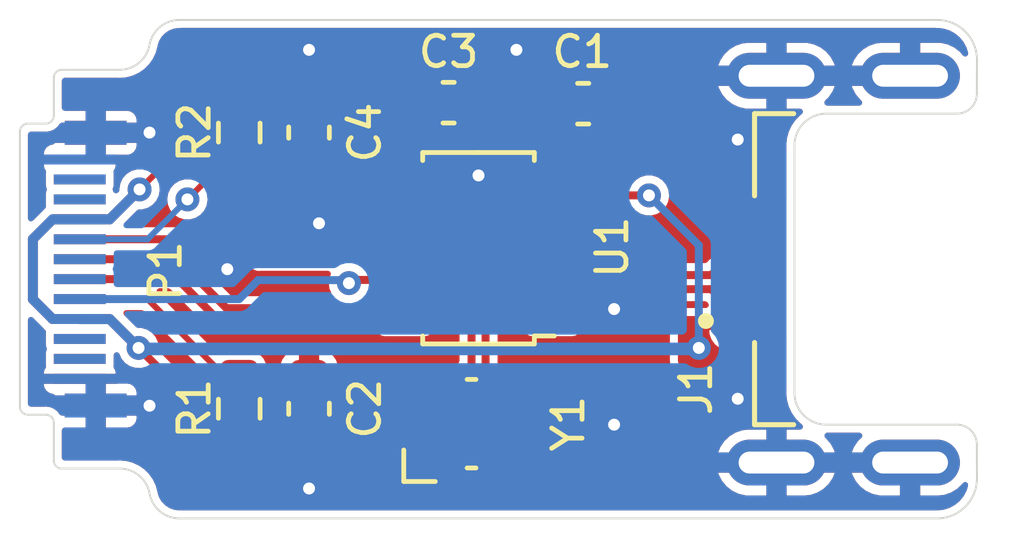
<source format=kicad_pcb>
(kicad_pcb (version 20211014) (generator pcbnew)
  (title_block (rev "1"))
  (layers (0 "F.Cu" signal "Front") (31 "B.Cu" signal "Back") (34 "B.Paste" user) (35 "F.Paste" user) (36 "B.SilkS" user "B.Silkscreen") (37 "F.SilkS" user "F.Silkscreen") (38 "B.Mask" user) (39 "F.Mask" user) (44 "Edge.Cuts" user))
  (net 0 "")
  (net 1 "GND")
  (net 2 "VBUS")
  (net 3 "/USB_CC1")
  (net 4 "/DEV_D-")
  (net 5 "/DEV_D+")
  (net 6 "/DBG_D-")
  (net 7 "/USB_CC2")
  (net 8 "/DBG_D+")
  (net 10 "/USB_D-")
  (net 11 "/USB_D+")
  (net 12 "/XIN")
  (net 13 "/XOUT")
  (net 14 "+3V3")
  (net 15 "+1V8")
  (footprint "Capacitor_SMD:C_0603_1608Metric" (layer "F.Cu") (at 147.25 92.825 90)
    (fp_text reference "C4" (at 0 1.4 90 unlocked) (layer "F.SilkS") (effects (font (size 0.762 0.762) (thickness 0.12))))
    (fp_text value "10u")
    (fp_line (start -0.14058 0.51) (end 0.14058 0.51) (layer "F.SilkS") (width 0.12))
    (fp_line (start -0.14058 -0.51) (end 0.14058 -0.51) (layer "F.SilkS") (width 0.12))
    (pad "1" smd roundrect (at -0.775 0 90) (size 0.9 0.95) (layers "F.Cu" "F.Paste" "F.Mask") (net 15 "+1V8"))
    (pad "2" smd roundrect (at 0.775 0 90) (size 0.9 0.95) (layers "F.Cu" "F.Paste" "F.Mask") (net 1 "GND"))
  )
  (footprint "11-My-Edits:Micro-USB_Xunpu-MU-109-ARY-C720609_AndVariants" (layer "F.Cu") (at 158.9725 96.25 90)
    (fp_text reference "J1" (at -3 -2.02 90) (layer "F.SilkS") (effects (font (size 0.762 0.762) (thickness 0.12))))
    (fp_text value "UFP")
    (fp_line (start 3.9 -0.55) (end 3.9 0.43) (layer "F.SilkS") (width 0.127))
    (fp_line (start 1.84 -0.55) (end 3.9 -0.55) (layer "F.SilkS") (width 0.127))
    (fp_line (start -3.9 -0.55) (end -1.84 -0.55) (layer "F.SilkS") (width 0.127))
    (fp_line (start -3.9 -0.55) (end -3.9 0.43) (layer "F.SilkS") (width 0.127))
    (fp_circle (center -1.3 -1.77) (end -1.2 -1.77) (layer "F.SilkS") (width 0.2) (fill none))
    (fp_line (start -3.9 4.525) (end -3.9 1.25) (layer "Edge.Cuts") (width 0.05))
    (fp_line (start 3.9 1.25) (end 3.9 4.525) (layer "Edge.Cuts") (width 0.05))
    (fp_line (start -3.1 0.45) (end 3.1 0.45) (layer "Edge.Cuts") (width 0.05))
    (fp_arc (start -3.9 1.25) (mid -3.665685 0.684315) (end -3.1 0.45) (layer "Edge.Cuts") (width 0.05))
    (fp_arc (start -3.9 4.525) (mid -4.046447 4.878553) (end -4.4 5.025) (layer "Edge.Cuts") (width 0.05))
    (fp_arc (start 3.1 0.45) (mid 3.665685 0.684315) (end 3.9 1.25) (layer "Edge.Cuts") (width 0.05))
    (fp_arc (start 4.4 5.025) (mid 4.046447 4.878553) (end 3.9 4.525) (layer "Edge.Cuts") (width 0.05))
    (pad "1" smd rect (at -1.3 -0.55 90) (size 0.45 1.25) (layers "F.Cu" "F.Paste" "F.Mask") (net 2 "VBUS"))
    (pad "2" smd rect (at -0.65 -0.55 90) (size 0.45 1.25) (layers "F.Cu" "F.Paste" "F.Mask") (net 10 "/USB_D-"))
    (pad "3" smd rect (at 0 -0.55 90) (size 0.45 1.25) (layers "F.Cu" "F.Paste" "F.Mask") (net 11 "/USB_D+"))
    (pad "4" smd rect (at 0.65 -0.55 90) (size 0.45 1.25) (layers "F.Cu" "F.Paste" "F.Mask"))
    (pad "5" smd rect (at 1.3 -0.55 90) (size 0.45 1.25) (layers "F.Cu" "F.Paste" "F.Mask") (net 1 "GND"))
    (pad "6" thru_hole oval (at 4.85 0 90) (size 1.15 2.5) (drill oval 0.55 1.9) (layers *.Cu *.Mask) (net 1 "GND"))
    (pad "6" thru_hole oval (at 4.85 3.35 90) (size 1.15 2.5) (drill oval 0.55 1.9) (layers *.Cu *.Mask) (net 1 "GND"))
    (pad "6" thru_hole oval (at -4.85 0 90) (size 1.15 2.5) (drill oval 0.55 1.9) (layers *.Cu *.Mask) (net 1 "GND"))
    (pad "6" thru_hole oval (at -4.85 3.35 90) (size 1.15 2.5) (drill oval 0.55 1.9) (layers *.Cu *.Mask) (net 1 "GND"))
  )
  (footprint "Capacitor_SMD:C_0603_1608Metric" (layer "F.Cu") (at 154.125 92.1 180)
    (fp_text reference "C1" (at 0.025 1.3 unlocked) (layer "F.SilkS") (effects (font (size 0.762 0.762) (thickness 0.12))))
    (fp_text value "10u")
    (fp_line (start -0.14058 -0.51) (end 0.14058 -0.51) (layer "F.SilkS") (width 0.12))
    (fp_line (start -0.14058 0.51) (end 0.14058 0.51) (layer "F.SilkS") (width 0.12))
    (pad "1" smd roundrect (at -0.775 0 180) (size 0.9 0.95) (layers "F.Cu" "F.Paste" "F.Mask") (net 2 "VBUS"))
    (pad "2" smd roundrect (at 0.775 0 180) (size 0.9 0.95) (layers "F.Cu" "F.Paste" "F.Mask") (net 1 "GND"))
  )
  (footprint "11-My-Edits:SSOP-16_4.6x26.mm_P0.53mm" (layer "F.Cu") (at 151.5 95.725 180)
    (fp_text reference "U1" (at -3.35 0.025 90 unlocked) (layer "F.SilkS") (effects (font (size 0.762 0.762) (thickness 0.12))))
    (fp_text value "SL2.1s")
    (fp_line (start 1.4 2.4) (end 1.4 2.2) (layer "F.SilkS") (width 0.12))
    (fp_line (start 0 -2.4) (end 1.4 -2.4) (layer "F.SilkS") (width 0.12))
    (fp_line (start -1.4 2.4) (end -1.4 2.2) (layer "F.SilkS") (width 0.12))
    (fp_line (start 0 -2.4) (end -1.4 -2.4) (layer "F.SilkS") (width 0.12))
    (fp_line (start 0 2.4) (end 1.4 2.4) (layer "F.SilkS") (width 0.12))
    (fp_line (start -1.4 -2.2) (end -1.9 -2.2) (layer "F.SilkS") (width 0.12))
    (fp_line (start 0 2.4) (end -1.4 2.4) (layer "F.SilkS") (width 0.12))
    (fp_line (start 1.4 -2.4) (end 1.4 -2.2) (layer "F.SilkS") (width 0.12))
    (fp_line (start -1.4 -2.4) (end -1.4 -2.2) (layer "F.SilkS") (width 0.12))
    (pad "1" smd roundrect (at -1.85 -1.855 180) (size 1.1 0.3) (layers "F.Cu" "F.Paste" "F.Mask"))
    (pad "2" smd roundrect (at -1.85 -1.325 180) (size 1.1 0.3) (layers "F.Cu" "F.Paste" "F.Mask"))
    (pad "3" smd roundrect (at -1.85 -0.795 180) (size 1.1 0.3) (layers "F.Cu" "F.Paste" "F.Mask"))
    (pad "4" smd roundrect (at -1.85 -0.265 180) (size 1.1 0.3) (layers "F.Cu" "F.Paste" "F.Mask"))
    (pad "5" smd roundrect (at -1.85 0.265 180) (size 1.1 0.3) (layers "F.Cu" "F.Paste" "F.Mask") (net 10 "/USB_D-"))
    (pad "6" smd roundrect (at -1.85 0.795 180) (size 1.1 0.3) (layers "F.Cu" "F.Paste" "F.Mask") (net 11 "/USB_D+"))
    (pad "7" smd roundrect (at -1.85 1.325 180) (size 1.1 0.3) (layers "F.Cu" "F.Paste" "F.Mask") (net 2 "VBUS"))
    (pad "8" smd roundrect (at -1.85 1.855 180) (size 1.1 0.3) (layers "F.Cu" "F.Paste" "F.Mask") (net 1 "GND"))
    (pad "9" smd roundrect (at 1.85 1.855 180) (size 1.1 0.3) (layers "F.Cu" "F.Paste" "F.Mask") (net 14 "+3V3"))
    (pad "10" smd roundrect (at 1.85 1.325 180) (size 1.1 0.3) (layers "F.Cu" "F.Paste" "F.Mask") (net 15 "+1V8"))
    (pad "11" smd roundrect (at 1.85 0.795 180) (size 1.1 0.3) (layers "F.Cu" "F.Paste" "F.Mask") (net 13 "/XOUT"))
    (pad "12" smd roundrect (at 1.85 0.265 180) (size 1.1 0.3) (layers "F.Cu" "F.Paste" "F.Mask") (net 12 "/XIN"))
    (pad "13" smd roundrect (at 1.85 -0.265 180) (size 1.1 0.3) (layers "F.Cu" "F.Paste" "F.Mask") (net 6 "/DBG_D-"))
    (pad "14" smd roundrect (at 1.85 -0.795 180) (size 1.1 0.3) (layers "F.Cu" "F.Paste" "F.Mask") (net 8 "/DBG_D+"))
    (pad "15" smd roundrect (at 1.85 -1.325 180) (size 1.1 0.3) (layers "F.Cu" "F.Paste" "F.Mask") (net 4 "/DEV_D-"))
    (pad "16" smd roundrect (at 1.85 -1.855 180) (size 1.1 0.3) (layers "F.Cu" "F.Paste" "F.Mask") (net 5 "/DEV_D+"))
  )
  (footprint "Resistor_SMD:R_0603_1608Metric" (layer "F.Cu") (at 145.5 92.825 -90)
    (fp_text reference "R2" (at 0 1.125 90 unlocked) (layer "F.SilkS") (effects (font (size 0.762 0.762) (thickness 0.12))))
    (fp_text value "56k")
    (fp_line (start -0.237258 -0.5225) (end 0.237258 -0.5225) (layer "F.SilkS") (width 0.12))
    (fp_line (start -0.237258 0.5225) (end 0.237258 0.5225) (layer "F.SilkS") (width 0.12))
    (pad "1" smd roundrect (at -0.825 0 270) (size 0.8 0.95) (layers "F.Cu" "F.Paste" "F.Mask") (net 2 "VBUS"))
    (pad "2" smd roundrect (at 0.825 0 270) (size 0.8 0.95) (layers "F.Cu" "F.Paste" "F.Mask") (net 7 "/USB_CC2"))
  )
  (footprint "Crystal:Crystal_SMD_Abracon_ABM10-4Pin_2.5x2.0mm" (layer "F.Cu") (at 151.325 100.125 90)
    (fp_text reference "Y1" (at 0 2.425 90) (layer "F.SilkS") (effects (font (size 0.762 0.762) (thickness 0.12))))
    (fp_text value "12M")
    (fp_line (start -0.66 -1.7) (end -1.45 -1.7) (layer "F.SilkS") (width 0.12))
    (fp_line (start 1.11 -0.11) (end 1.11 0.11) (layer "F.SilkS") (width 0.12))
    (fp_line (start -1.45 -0.91) (end -1.45 -1.7) (layer "F.SilkS") (width 0.12))
    (fp_line (start -1.11 -0.11) (end -1.11 0.11) (layer "F.SilkS") (width 0.12))
    (pad "1" smd rect (at -0.7375 -0.9375 90) (size 1.025 1.125) (layers "F.Cu" "F.Paste" "F.Mask") (net 12 "/XIN"))
    (pad "2" smd rect (at -0.7375 0.9375 90) (size 1.025 1.125) (layers "F.Cu" "F.Paste" "F.Mask") (net 1 "GND"))
    (pad "3" smd rect (at 0.7375 0.9375 90) (size 1.025 1.125) (layers "F.Cu" "F.Paste" "F.Mask") (net 13 "/XOUT"))
    (pad "4" smd rect (at 0.7375 -0.9375 90) (size 1.025 1.125) (layers "F.Cu" "F.Paste" "F.Mask") (net 1 "GND"))
  )
  (footprint "Capacitor_SMD:C_0603_1608Metric" (layer "F.Cu") (at 150.75 92.075 180)
    (fp_text reference "C3" (at 0 1.275 unlocked) (layer "F.SilkS") (effects (font (size 0.762 0.762) (thickness 0.12))))
    (fp_text value "10u")
    (fp_line (start -0.14058 -0.51) (end 0.14058 -0.51) (layer "F.SilkS") (width 0.12))
    (fp_line (start -0.14058 0.51) (end 0.14058 0.51) (layer "F.SilkS") (width 0.12))
    (pad "1" smd roundrect (at -0.775 0 180) (size 0.9 0.95) (layers "F.Cu" "F.Paste" "F.Mask") (net 1 "GND"))
    (pad "2" smd roundrect (at 0.775 0 180) (size 0.9 0.95) (layers "F.Cu" "F.Paste" "F.Mask") (net 14 "+3V3"))
  )
  (footprint "Resistor_SMD:R_0603_1608Metric" (layer "F.Cu") (at 145.5 99.75 90)
    (fp_text reference "R1" (at 0 -1.125 90 unlocked) (layer "F.SilkS") (effects (font (size 0.762 0.762) (thickness 0.12))))
    (fp_text value "22k")
    (fp_line (start -0.237258 0.5225) (end 0.237258 0.5225) (layer "F.SilkS") (width 0.12))
    (fp_line (start -0.237258 -0.5225) (end 0.237258 -0.5225) (layer "F.SilkS") (width 0.12))
    (pad "1" smd roundrect (at -0.825 0 90) (size 0.8 0.95) (layers "F.Cu" "F.Paste" "F.Mask") (net 2 "VBUS"))
    (pad "2" smd roundrect (at 0.825 0 90) (size 0.8 0.95) (layers "F.Cu" "F.Paste" "F.Mask") (net 3 "/USB_CC1"))
  )
  (footprint "10-My-Footprints:USB_C_Plug_Xunpu_TYPEC-950-ARP24" (layer "F.Cu") (at 142.2 96.25 -90)
    (fp_text reference "P1" (at 0.05 -1.45 90 unlocked) (layer "F.SilkS") (effects (font (size 0.762 0.762) (thickness 0.12))))
    (fp_text value "USB-C")
    (fp_line (start 5 1.15) (end 5 -0.3) (layer "Edge.Cuts") (width 0.05))
    (fp_line (start -5 -0.3) (end -5 1.15) (layer "Edge.Cuts") (width 0.05))
    (fp_line (start 3.65 2) (end 3.65 1.55) (layer "Edge.Cuts") (width 0.05))
    (fp_line (start 3.85 1.35) (end 4.8 1.35) (layer "Edge.Cuts") (width 0.05))
    (fp_line (start -3.65 2) (end -3.65 1.55) (layer "Edge.Cuts") (width 0.05))
    (fp_line (start -3.45 2.2) (end 3.45 2.2) (layer "Edge.Cuts") (width 0.05))
    (fp_line (start -4.8 1.35) (end -3.85 1.35) (layer "Edge.Cuts") (width 0.05))
    (fp_arc (start -4.8 1.35) (mid -4.941421 1.291421) (end -5 1.15) (layer "Edge.Cuts") (width 0.05))
    (fp_arc (start 3.65 2) (mid 3.591421 2.141421) (end 3.45 2.2) (layer "Edge.Cuts") (width 0.05))
    (fp_arc (start -3.45 2.2) (mid -3.591421 2.141421) (end -3.65 2) (layer "Edge.Cuts") (width 0.05))
    (fp_arc (start 3.65 1.55) (mid 3.708579 1.408579) (end 3.85 1.35) (layer "Edge.Cuts") (width 0.05))
    (fp_arc (start -3.85 1.35) (mid -3.708579 1.408579) (end -3.65 1.55) (layer "Edge.Cuts") (width 0.05))
    (fp_arc (start 5 1.15) (mid 4.941421 1.291421) (end 4.8 1.35) (layer "Edge.Cuts") (width 0.05))
    (pad "A1" smd rect (at 2.75 0.7 270) (size 0.25 1.3) (layers "F.Cu" "F.Paste" "F.Mask") (net 1 "GND"))
    (pad "A2" smd rect (at 2.25 0.7 270) (size 0.25 1.3) (layers "F.Cu" "F.Paste" "F.Mask"))
    (pad "A3" smd rect (at 1.75 0.7 270) (size 0.25 1.3) (layers "F.Cu" "F.Paste" "F.Mask"))
    (pad "A4" smd rect (at 1.25 0.7 270) (size 0.25 1.3) (layers "F.Cu" "F.Paste" "F.Mask") (net 2 "VBUS"))
    (pad "A5" smd rect (at 0.75 0.7 270) (size 0.25 1.3) (layers "F.Cu" "F.Paste" "F.Mask") (net 3 "/USB_CC1"))
    (pad "A6" smd rect (at 0.25 0.7 270) (size 0.25 1.3) (layers "F.Cu" "F.Paste" "F.Mask") (net 5 "/DEV_D+"))
    (pad "A7" smd rect (at -0.25 0.7 270) (size 0.25 1.3) (layers "F.Cu" "F.Paste" "F.Mask") (net 4 "/DEV_D-"))
    (pad "A8" smd rect (at -0.75 0.7 270) (size 0.25 1.3) (layers "F.Cu" "F.Paste" "F.Mask") (net 6 "/DBG_D-"))
    (pad "A9" smd rect (at -1.25 0.7 270) (size 0.25 1.3) (layers "F.Cu" "F.Paste" "F.Mask") (net 2 "VBUS"))
    (pad "A10" smd rect (at -1.75 0.7 270) (size 0.25 1.3) (layers "F.Cu" "F.Paste" "F.Mask"))
    (pad "A11" smd rect (at -2.25 0.7 270) (size 0.25 1.3) (layers "F.Cu" "F.Paste" "F.Mask"))
    (pad "A12" smd rect (at -2.75 0.7 270) (size 0.25 1.3) (layers "F.Cu" "F.Paste" "F.Mask") (net 1 "GND"))
    (pad "B1" smd rect (at -2.75 0.7 270) (size 0.25 1.3) (layers "B.Cu" "B.Paste" "B.Mask") (net 1 "GND"))
    (pad "B2" smd rect (at -2.25 0.7 270) (size 0.25 1.3) (layers "B.Cu" "B.Paste" "B.Mask"))
    (pad "B3" smd rect (at -1.75 0.7 270) (size 0.25 1.3) (layers "B.Cu" "B.Paste" "B.Mask"))
    (pad "B4" smd rect (at -1.25 0.7 270) (size 0.25 1.3) (layers "B.Cu" "B.Paste" "B.Mask") (net 2 "VBUS"))
    (pad "B5" smd rect (at -0.75 0.7 270) (size 0.25 1.3) (layers "B.Cu" "B.Paste" "B.Mask") (net 7 "/USB_CC2"))
    (pad "B6" smd rect (at -0.25 0.7 270) (size 0.25 1.3) (layers "B.Cu" "B.Paste" "B.Mask"))
    (pad "B7" smd rect (at 0.25 0.7 270) (size 0.25 1.3) (layers "B.Cu" "B.Paste" "B.Mask"))
    (pad "B8" smd rect (at 0.75 0.7 270) (size 0.25 1.3) (layers "B.Cu" "B.Paste" "B.Mask") (net 8 "/DBG_D+"))
    (pad "B9" smd rect (at 1.25 0.7 270) (size 0.25 1.3) (layers "B.Cu" "B.Paste" "B.Mask") (net 2 "VBUS"))
    (pad "B10" smd rect (at 1.75 0.7 270) (size 0.25 1.3) (layers "B.Cu" "B.Paste" "B.Mask"))
    (pad "B11" smd rect (at 2.25 0.7 270) (size 0.25 1.3) (layers "B.Cu" "B.Paste" "B.Mask"))
    (pad "B12" smd rect (at 2.75 0.7 270) (size 0.25 1.3) (layers "B.Cu" "B.Paste" "B.Mask") (net 1 "GND"))
    (pad "S1" smd rect (at -3.42 0.3 270) (size 0.6 1.55) (layers "B.Cu" "B.Paste" "B.Mask") (net 1 "GND"))
    (pad "S1" smd rect (at -3.42 0.3 270) (size 0.6 1.55) (layers "F.Cu" "F.Paste" "F.Mask") (net 1 "GND"))
    (pad "S1" smd rect (at 3.42 0.3 270) (size 0.6 1.55) (layers "B.Cu" "B.Paste" "B.Mask") (net 1 "GND"))
    (pad "S1" smd rect (at 3.42 0.3 270) (size 0.6 1.55) (layers "F.Cu" "F.Paste" "F.Mask") (net 1 "GND"))
  )
  (footprint "Capacitor_SMD:C_0603_1608Metric" (layer "F.Cu") (at 147.25 99.75 -90)
    (fp_text reference "C2" (at 0 -1.4 90 unlocked) (layer "F.SilkS") (effects (font (size 0.762 0.762) (thickness 0.12))))
    (fp_text value "10u")
    (fp_line (start -0.14058 -0.51) (end 0.14058 -0.51) (layer "F.SilkS") (width 0.12))
    (fp_line (start -0.14058 0.51) (end 0.14058 0.51) (layer "F.SilkS") (width 0.12))
    (pad "1" smd roundrect (at -0.775 0 270) (size 0.9 0.95) (layers "F.Cu" "F.Paste" "F.Mask") (net 1 "GND"))
    (pad "2" smd roundrect (at 0.775 0 270) (size 0.9 0.95) (layers "F.Cu" "F.Paste" "F.Mask") (net 2 "VBUS"))
  )
  (gr_arc (start 144 102.5) (mid 143.511859 102.323269) (end 143.25 101.875) (layer "Edge.Cuts") (width 0.05))
  (gr_line (start 144 90) (end 163 90) (layer "Edge.Cuts") (width 0.05))
  (gr_line (start 164 91) (end 163.9975 91.85) (layer "Edge.Cuts") (width 0.05))
  (gr_line (start 163.9975 100.65) (end 164 101.5) (layer "Edge.Cuts") (width 0.05))
  (gr_line (start 144 102.5) (end 163 102.5) (layer "Edge.Cuts") (width 0.05))
  (gr_arc (start 143.25 90.625) (mid 142.988141 91.073269) (end 142.5 91.25) (layer "Edge.Cuts") (width 0.05))
  (gr_arc (start 143.25 90.625) (mid 143.511859 90.176731) (end 144 90) (layer "Edge.Cuts") (width 0.05))
  (gr_arc (start 142.5 101.25) (mid 142.988141 101.426731) (end 143.25 101.875) (layer "Edge.Cuts") (width 0.05))
  (gr_arc (start 163 90) (mid 163.707107 90.292893) (end 164 91) (layer "Edge.Cuts") (width 0.05))
  (gr_arc (start 164 101.5) (mid 163.707107 102.207107) (end 163 102.5) (layer "Edge.Cuts") (width 0.05))
  (via (at 147.5 95.1) (size 0.6) (drill 0.3) (layers "F.Cu" "B.Cu") (net 1))
  (via (at 147.25 101.75) (size 0.6) (drill 0.3) (layers "F.Cu" "B.Cu") (net 1))
  (via (at 151.5 93.9) (size 0.6) (drill 0.3) (layers "F.Cu" "B.Cu") (net 1))
  (via (at 154.9 100.15) (size 0.6) (drill 0.3) (layers "F.Cu" "B.Cu") (net 1))
  (via (at 145.2 96.25) (size 0.6) (drill 0.3) (layers "F.Cu" "B.Cu") (net 1))
  (via (at 158 93) (size 0.6) (drill 0.3) (layers "F.Cu" "B.Cu") (net 1))
  (via (at 147.25 90.75) (size 0.6) (drill 0.3) (layers "F.Cu" "B.Cu") (net 1))
  (via (at 143.25 99.675) (size 0.6) (drill 0.3) (layers "F.Cu" "B.Cu") (net 1))
  (via (at 152.45 90.75) (size 0.6) (drill 0.3) (layers "F.Cu" "B.Cu") (net 1))
  (via (at 154.9 97.25) (size 0.6) (drill 0.3) (layers "F.Cu" "B.Cu") (net 1))
  (via (at 143.25 92.825) (size 0.6) (drill 0.3) (layers "F.Cu" "B.Cu") (net 1))
  (via (at 158 99.5) (size 0.6) (drill 0.3) (layers "F.Cu" "B.Cu") (net 1))
  (segment (start 142.25 95) (end 141.5 95) (width 0.25) (layer "F.Cu") (net 2))
  (segment (start 153.85 94.4) (end 155.775 94.4) (width 0.2) (layer "F.Cu") (net 2))
  (segment (start 140.819578 95) (end 140.325 95.494578) (width 0.25) (layer "F.Cu") (net 2))
  (segment (start 143 94.25) (end 145.25 92) (width 0.1524) (layer "F.Cu") (net 2))
  (segment (start 142.25 97.5) (end 141.5 97.5) (width 0.25) (layer "F.Cu") (net 2))
  (segment (start 145.5 100.575) (end 145.55 100.525) (width 0.2) (layer "F.Cu") (net 2))
  (segment (start 142.975 98.225) (end 142.25 97.5) (width 0.25) (layer "F.Cu") (net 2))
  (segment (start 145.25 92) (end 145.5 92) (width 0.1524) (layer "F.Cu") (net 2))
  (segment (start 141.5 95) (end 140.819578 95) (width 0.25) (layer "F.Cu") (net 2))
  (segment (start 154.9 94.4) (end 154.9 92.1) (width 0.2) (layer "F.Cu") (net 2))
  (segment (start 142.975 98.225) (end 145.325 100.575) (width 0.2) (layer "F.Cu") (net 2))
  (segment (start 143 94.25) (end 142.25 95) (width 0.25) (layer "F.Cu") (net 2))
  (segment (start 140.325 95.494578) (end 140.325 97.005422) (width 0.25) (layer "F.Cu") (net 2))
  (segment (start 145.325 100.575) (end 145.5 100.575) (width 0.2) (layer "F.Cu") (net 2))
  (segment (start 145.55 100.525) (end 147.5 100.525) (width 0.2) (layer "F.Cu") (net 2))
  (segment (start 140.325 97.005422) (end 140.819578 97.5) (width 0.25) (layer "F.Cu") (net 2))
  (segment (start 140.819578 97.5) (end 141.5 97.5) (width 0.25) (layer "F.Cu") (net 2))
  (via (at 155.775 94.4) (size 0.6) (drill 0.3) (layers "F.Cu" "B.Cu") (net 2))
  (via (at 157.025 98.225) (size 0.6) (drill 0.3) (layers "F.Cu" "B.Cu") (net 2))
  (via (at 143 94.25) (size 0.6) (drill 0.3) (layers "F.Cu" "B.Cu") (net 2))
  (via (at 142.975 98.225) (size 0.6) (drill 0.3) (layers "F.Cu" "B.Cu") (net 2))
  (segment (start 142.975 98.225) (end 143 98.25) (width 0.25) (layer "B.Cu") (net 2))
  (segment (start 155.775 94.4) (end 157.025 95.65) (width 0.2) (layer "B.Cu") (net 2))
  (segment (start 140.819578 97.5) (end 141.5 97.5) (width 0.25) (layer "B.Cu") (net 2))
  (segment (start 157 98.25) (end 157.025 98.225) (width 0.25) (layer "B.Cu") (net 2))
  (segment (start 142.25 95) (end 141.5 95) (width 0.25) (layer "B.Cu") (net 2))
  (segment (start 142.975 98.225) (end 142.253511 97.503511) (width 0.25) (layer "B.Cu") (net 2))
  (segment (start 140.325 97.005422) (end 140.819578 97.5) (width 0.25) (layer "B.Cu") (net 2))
  (segment (start 143 94.25) (end 142.25 95) (width 0.25) (layer "B.Cu") (net 2))
  (segment (start 157.025 95.65) (end 157.025 98.225) (width 0.2) (layer "B.Cu") (net 2))
  (segment (start 140.819578 95) (end 140.325 95.494578) (width 0.25) (layer "B.Cu") (net 2))
  (segment (start 140.325 95.494578) (end 140.325 97.005422) (width 0.25) (layer "B.Cu") (net 2))
  (segment (start 142.253511 97.503511) (end 141.503511 97.503511) (width 0.25) (layer "B.Cu") (net 2))
  (segment (start 143 98.25) (end 157 98.25) (width 0.3175) (layer "B.Cu") (net 2))
  (segment (start 141.5 95) (end 140.819578 95) (width 0.25) (layer "B.Cu") (net 2))
  (segment (start 145.125 98.925) (end 143.2 97) (width 0.1524) (layer "F.Cu") (net 3))
  (segment (start 143.2 97) (end 141.5 97) (width 0.1524) (layer "F.Cu") (net 3))
  (segment (start 142.548801 96.0738) (end 144.0238 96.0738) (width 0.2) (layer "F.Cu") (net 4))
  (segment (start 145.17808 97.22808) (end 148.77192 97.22808) (width 0.2) (layer "F.Cu") (net 4))
  (segment (start 141.5 96) (end 142.475001 96) (width 0.2) (layer "F.Cu") (net 4))
  (segment (start 148.77192 97.22808) (end 148.95 97.05) (width 0.2) (layer "F.Cu") (net 4))
  (segment (start 144.0238 96.0738) (end 145.17808 97.22808) (width 0.2) (layer "F.Cu") (net 4))
  (segment (start 148.95 97.05) (end 149.65 97.05) (width 0.2) (layer "F.Cu") (net 4))
  (segment (start 142.475001 96) (end 142.548801 96.0738) (width 0.2) (layer "F.Cu") (net 4))
  (segment (start 145.03 97.58) (end 149.65 97.58) (width 0.2) (layer "F.Cu") (net 5))
  (segment (start 142.548801 96.4262) (end 143.8762 96.4262) (width 0.2) (layer "F.Cu") (net 5))
  (segment (start 142.475001 96.5) (end 142.548801 96.4262) (width 0.2) (layer "F.Cu") (net 5))
  (segment (start 149.64 97.58) (end 149.645 97.575) (width 0.2) (layer "F.Cu") (net 5))
  (segment (start 143.8762 96.4262) (end 145.03 97.58) (width 0.2) (layer "F.Cu") (net 5))
  (segment (start 141.5 96.5) (end 142.475001 96.5) (width 0.2) (layer "F.Cu") (net 5))
  (segment (start 146.0031 95.99) (end 149.65 95.99) (width 0.2) (layer "F.Cu") (net 6))
  (segment (start 145.5131 95.5) (end 146.0031 95.99) (width 0.2) (layer "F.Cu") (net 6))
  (segment (start 141.5 95.5) (end 145.5131 95.5) (width 0.2) (layer "F.Cu") (net 6))
  (segment (start 149.65 95.99) (end 149.64 96) (width 0.2) (layer "F.Cu") (net 6))
  (segment (start 145.05 93.65) (end 144.2 94.5) (width 0.1524) (layer "F.Cu") (net 7))
  (segment (start 145.5 93.65) (end 145.05 93.65) (width 0.1524) (layer "F.Cu") (net 7))
  (via (at 144.2 94.5) (size 0.6) (drill 0.3) (layers "F.Cu" "B.Cu") (net 7))
  (segment (start 141.5 95.5) (end 143.2 95.5) (width 0.1524) (layer "B.Cu") (net 7))
  (segment (start 143.2 95.5) (end 144.2 94.5) (width 0.1524) (layer "B.Cu") (net 7))
  (segment (start 148.25 96.6) (end 148.33 96.52) (width 0.2) (layer "F.Cu") (net 8))
  (segment (start 149.645 96.525) (end 149.65 96.52) (width 0.2) (layer "F.Cu") (net 8))
  (segment (start 148.33 96.52) (end 149.65 96.52) (width 0.2) (layer "F.Cu") (net 8))
  (segment (start 149.65 96.52) (end 149.645 96.515) (width 0.2) (layer "F.Cu") (net 8))
  (via (at 148.25 96.6) (size 0.6) (drill 0.3) (layers "F.Cu" "B.Cu") (net 8))
  (segment (start 145.975 96.525) (end 145.5 97) (width 0.2) (layer "B.Cu") (net 8))
  (segment (start 145.5 97) (end 141.5 97) (width 0.2) (layer "B.Cu") (net 8))
  (segment (start 141.545289 96.954711) (end 141.5 97) (width 0.1524) (layer "B.Cu") (net 8))
  (segment (start 148.175 96.525) (end 145.975 96.525) (width 0.2) (layer "B.Cu") (net 8))
  (segment (start 148.25 96.6) (end 148.175 96.525) (width 0.2) (layer "B.Cu") (net 8))
  (segment (start 157.484999 96.9) (end 157.336199 96.7512) (width 0.2) (layer "F.Cu") (net 10))
  (segment (start 157.336199 96.7512) (end 155.9112 96.7512) (width 0.2) (layer "F.Cu") (net 10))
  (segment (start 153.4 95.41) (end 153.35 95.46) (width 0.2) (layer "F.Cu") (net 10))
  (segment (start 155.9112 96.7512) (end 154.57 95.41) (width 0.2) (layer "F.Cu") (net 10))
  (segment (start 154.57 95.41) (end 153.4 95.41) (width 0.2) (layer "F.Cu") (net 10))
  (segment (start 158.4225 96.9) (end 157.484999 96.9) (width 0.2) (layer "F.Cu") (net 10))
  (segment (start 157.484999 96.25) (end 157.336199 96.3988) (width 0.2) (layer "F.Cu") (net 11))
  (segment (start 157.336199 96.3988) (end 156.0588 96.3988) (width 0.2) (layer "F.Cu") (net 11))
  (segment (start 156.0588 96.3988) (end 154.64 94.98) (width 0.2) (layer "F.Cu") (net 11))
  (segment (start 153.4 94.98) (end 153.35 94.93) (width 0.2) (layer "F.Cu") (net 11))
  (segment (start 154.64 94.98) (end 153.4 94.98) (width 0.2) (layer "F.Cu") (net 11))
  (segment (start 158.4225 96.25) (end 157.484999 96.25) (width 0.2) (layer "F.Cu") (net 11))
  (segment (start 150.56 95.46) (end 151.325 96.225) (width 0.2) (layer "F.Cu") (net 12))
  (segment (start 149.475 95.455) (end 149.48 95.46) (width 0.2) (layer "F.Cu") (net 12))
  (segment (start 149.48 95.46) (end 150.56 95.46) (width 0.2) (layer "F.Cu") (net 12))
  (segment (start 150.45 100.8) (end 150.45 100.7) (width 0.2) (layer "F.Cu") (net 12))
  (segment (start 151.325 96.225) (end 151.325 99.925) (width 0.2) (layer "F.Cu") (net 12))
  (segment (start 151.325 99.925) (end 150.45 100.8) (width 0.2) (layer "F.Cu") (net 12))
  (segment (start 151.67692 96.07923) (end 151.67692 98.90192) (width 0.2) (layer "F.Cu") (net 13))
  (segment (start 151.67692 98.90192) (end 152.2125 99.4375) (width 0.2) (layer "F.Cu") (net 13))
  (segment (start 149.65 94.93) (end 150.52769 94.93) (width 0.2) (layer "F.Cu") (net 13))
  (segment (start 150.52769 94.93) (end 151.67692 96.07923) (width 0.2) (layer "F.Cu") (net 13))
  (segment (start 149.65 93.87) (end 149.65 93.4) (width 0.2) (layer "F.Cu") (net 14))
  (segment (start 149.65 93.4) (end 149.95 93.1) (width 0.2) (layer "F.Cu") (net 14))
  (segment (start 149.95 93.1) (end 149.95 92.1) (width 0.2) (layer "F.Cu") (net 14))
  (segment (start 149.95 92.1) (end 149.975 92.075) (width 0.2) (layer "F.Cu") (net 14))
  (segment (start 149.65 94.4) (end 148.125 94.4) (width 0.2) (layer "F.Cu") (net 15))
  (segment (start 148.125 94.4) (end 147.5 93.775) (width 0.2) (layer "F.Cu") (net 15))
  (zone (net 1) (net_name "GND") (layers F&B.Cu) (connect_pads (clearance 0.2)) (min_thickness 0.1524) (fill yes (thermal_gap 0.25) (thermal_bridge_width 0.508))
    (polygon (pts (xy 164.5 103) (xy 139.5 103) (xy 139.5 89.5) (xy 164.5 89.5)))
  )
  (zone (net 2) (net_name "VBUS") (layer "F.Cu") (name "VBUS_IN") (priority 2) (connect_pads (clearance 0.1524)) (min_thickness 0.254) (fill yes (thermal_gap 0.508) (thermal_bridge_width 0.508) (smoothing fillet) (radius 0.2))
    (polygon (pts (xy 158.65 98.75) (xy 156.5 98.75) (xy 156.5 97.425) (xy 158.65 97.425)))
  )
)
</source>
